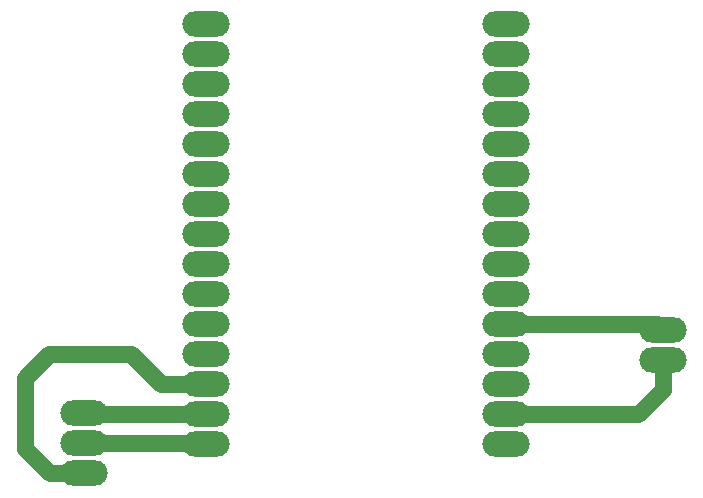
<source format=gbr>
G04 #@! TF.GenerationSoftware,KiCad,Pcbnew,(5.1.2)-2*
G04 #@! TF.CreationDate,2019-11-03T01:06:29-05:00*
G04 #@! TF.ProjectId,dak-window-servo-pcb,64616b2d-7769-46e6-946f-772d73657276,rev?*
G04 #@! TF.SameCoordinates,PX6a95280PY7445a00*
G04 #@! TF.FileFunction,Copper,L2,Bot*
G04 #@! TF.FilePolarity,Positive*
%FSLAX46Y46*%
G04 Gerber Fmt 4.6, Leading zero omitted, Abs format (unit mm)*
G04 Created by KiCad (PCBNEW (5.1.2)-2) date 2019-11-03 01:06:29*
%MOMM*%
%LPD*%
G04 APERTURE LIST*
%ADD10O,4.000000X2.140000*%
%ADD11O,4.000000X2.150000*%
%ADD12C,1.400000*%
G04 APERTURE END LIST*
D10*
X58240000Y18415000D03*
X58240000Y20955000D03*
X9240000Y8840000D03*
X9240000Y11380000D03*
X9240000Y13920000D03*
D11*
X44980000Y11299999D03*
X44980000Y13839999D03*
X44980000Y16379999D03*
X44980000Y18919999D03*
X44980000Y21459999D03*
X44980000Y23999999D03*
X44980000Y26539999D03*
X44980000Y29079999D03*
X44980000Y31619999D03*
X44980000Y34159999D03*
X44980000Y36699999D03*
X44980000Y39239999D03*
X44980000Y41779999D03*
X44980000Y44319999D03*
X44980000Y46859999D03*
X19580000Y11299999D03*
X19580000Y13839999D03*
X19580000Y16379999D03*
X19580000Y18919999D03*
X19580000Y21459999D03*
X19580000Y23999999D03*
X19580000Y26539999D03*
X19580000Y29079999D03*
X19580000Y31619999D03*
X19580000Y34159999D03*
X19580000Y36699999D03*
X19580000Y39239999D03*
X19580000Y41779999D03*
X19580000Y44319999D03*
X19580000Y46859999D03*
D12*
X48380000Y13839999D02*
X44980000Y13839999D01*
X56134999Y13839999D02*
X48380000Y13839999D01*
X58240000Y15945000D02*
X56134999Y13839999D01*
X58240000Y18415000D02*
X58240000Y15945000D01*
X57735001Y21459999D02*
X44980000Y21459999D01*
X58240000Y20955000D02*
X57735001Y21459999D01*
X6320000Y8840000D02*
X9240000Y8840000D01*
X15780001Y16379999D02*
X13240000Y18920000D01*
X13240000Y18920000D02*
X6240000Y18920000D01*
X6240000Y18920000D02*
X4240000Y16920000D01*
X4240000Y16920000D02*
X4240000Y10920000D01*
X4240000Y10920000D02*
X6320000Y8840000D01*
X15780001Y16379999D02*
X19580000Y16379999D01*
X9320001Y11299999D02*
X9240000Y11380000D01*
X19499999Y11380000D02*
X19580000Y11299999D01*
X9240000Y11380000D02*
X19499999Y11380000D01*
X9320001Y13839999D02*
X9240000Y13920000D01*
X19580000Y13839999D02*
X9320001Y13839999D01*
M02*

</source>
